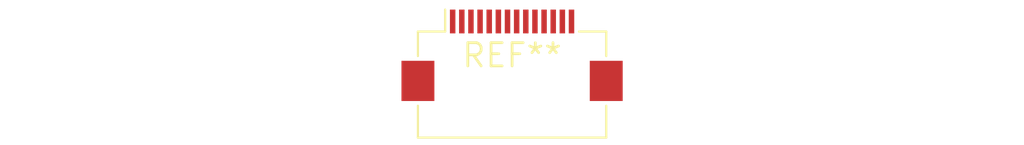
<source format=kicad_pcb>
(kicad_pcb (version 20240108) (generator pcbnew)
  (layers (0 "F.Cu" signal) (31 "B.Cu" signal) (34 "B.Paste" user) (35 "F.Paste" user) (36 "B.SilkS" user "B.Silkscreen") (37 "F.SilkS" user "F.Silkscreen") (38 "B.Mask" user) (39 "F.Mask" user) (44 "Edge.Cuts" user))
  (net 0 "")
  (footprint "Hirose_FH12-14S-0.5SH_1x14-1MP_P0.50mm_Horizontal" (layer "F.Cu") (at 0 0)
    (property "Reference" "REF**")
    (property "Value" "Hirose_FH12-14S-0.5SH_1x14-1MP_P0.50mm_Horizontal")
    (fp_line (start -5.15 -1.3) (end -5.15 0.04) (layer "F.SilkS") (stroke (width 0.12)))
    (fp_line (start -5.15 2.76) (end -5.15 4.5) (layer "F.SilkS") (stroke (width 0.12)))
    (fp_line (start -5.15 4.5) (end 5.15 4.5) (layer "F.SilkS") (stroke (width 0.12)))
    (fp_line (start -3.66 -1.3) (end -5.15 -1.3) (layer "F.SilkS") (stroke (width 0.12)))
    (fp_line (start -3.66 -1.3) (end -3.66 -2.5) (layer "F.SilkS") (stroke (width 0.12)))
    (fp_line (start 3.66 -1.3) (end 5.15 -1.3) (layer "F.SilkS") (stroke (width 0.12)))
    (fp_line (start 5.15 -1.3) (end 5.15 0.04) (layer "F.SilkS") (stroke (width 0.12)))
    (fp_line (start 5.15 4.5) (end 5.15 2.76) (layer "F.SilkS") (stroke (width 0.12)))
    (pad "1" smd rect (at -3.25 -1.85) (size 0.3 1.3) (layers "F.Cu" "F.Paste" "F.Mask"))
    (pad "2" smd rect (at -2.75 -1.85) (size 0.3 1.3) (layers "F.Cu" "F.Paste" "F.Mask"))
    (pad "3" smd rect (at -2.25 -1.85) (size 0.3 1.3) (layers "F.Cu" "F.Paste" "F.Mask"))
    (pad "4" smd rect (at -1.75 -1.85) (size 0.3 1.3) (layers "F.Cu" "F.Paste" "F.Mask"))
    (pad "5" smd rect (at -1.25 -1.85) (size 0.3 1.3) (layers "F.Cu" "F.Paste" "F.Mask"))
    (pad "6" smd rect (at -0.75 -1.85) (size 0.3 1.3) (layers "F.Cu" "F.Paste" "F.Mask"))
    (pad "7" smd rect (at -0.25 -1.85) (size 0.3 1.3) (layers "F.Cu" "F.Paste" "F.Mask"))
    (pad "8" smd rect (at 0.25 -1.85) (size 0.3 1.3) (layers "F.Cu" "F.Paste" "F.Mask"))
    (pad "9" smd rect (at 0.75 -1.85) (size 0.3 1.3) (layers "F.Cu" "F.Paste" "F.Mask"))
    (pad "10" smd rect (at 1.25 -1.85) (size 0.3 1.3) (layers "F.Cu" "F.Paste" "F.Mask"))
    (pad "11" smd rect (at 1.75 -1.85) (size 0.3 1.3) (layers "F.Cu" "F.Paste" "F.Mask"))
    (pad "12" smd rect (at 2.25 -1.85) (size 0.3 1.3) (layers "F.Cu" "F.Paste" "F.Mask"))
    (pad "13" smd rect (at 2.75 -1.85) (size 0.3 1.3) (layers "F.Cu" "F.Paste" "F.Mask"))
    (pad "14" smd rect (at 3.25 -1.85) (size 0.3 1.3) (layers "F.Cu" "F.Paste" "F.Mask"))
    (pad "MP" smd rect (at -5.15 1.4) (size 1.8 2.2) (layers "F.Cu" "F.Paste" "F.Mask"))
    (pad "MP" smd rect (at 5.15 1.4) (size 1.8 2.2) (layers "F.Cu" "F.Paste" "F.Mask"))
  )
)
</source>
